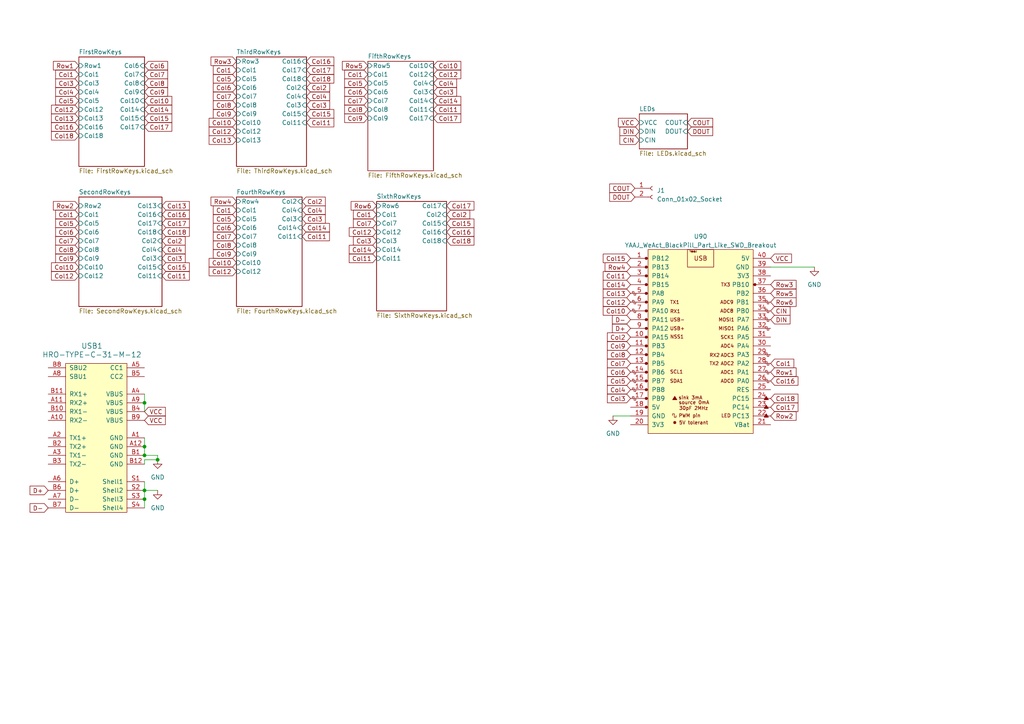
<source format=kicad_sch>
(kicad_sch (version 20230121) (generator eeschema)
  (paper "A4")
  (lib_symbols
    (symbol "Connector:Conn_01x02_Socket" (pin_names (offset 1.016) hide)
      (property "Reference" "J" (at 0 2.54 0))
      (property "Value" "Conn_01x02_Socket" (at 0 -5.08 0))
      (symbol "Conn_01x02_Socket_1_1"
        (arc (start 0 -2.032) (mid -0.5058 -2.54) (end 0 -3.048) (stroke (width 0.1524)))
        (polyline (pts (xy -1.27 -2.54) (xy -0.508 -2.54)) (stroke (width 0.1524)))
        (polyline (pts (xy -1.27 0) (xy -0.508 0)) (stroke (width 0.1524)))
        (arc (start 0 0.508) (mid -0.5058 0) (end 0 -0.508) (stroke (width 0.1524)))
        (pin passive line (at -5.08 0 0) (length 3.81) (name "Pin_1") (number "1"))
        (pin passive line (at -5.08 -2.54 0) (length 3.81) (name "Pin_2") (number "2"))
      )
    )
    (symbol "Type-C:12401598E4#2A" (pin_names (offset 1.016))
      (property "Reference" "USB" (at 0 -22.86 0))
      (property "Value" "12401598E4#2A" (at 0 25.4 0))
      (symbol "12401598E4#2A_1_1"
        (rectangle (start -8.89 22.86) (end 8.89 -20.32) (fill (type background)))
        (pin input line (at 13.97 1.27 180) (length 5.08) (name "GND") (number "A1"))
        (pin input line (at -13.97 6.35 0) (length 5.08) (name "RX2-") (number "A10"))
        (pin input line (at -13.97 11.43 0) (length 5.08) (name "RX2+") (number "A11"))
        (pin input line (at 13.97 -1.27 180) (length 5.08) (name "GND") (number "A12"))
        (pin input line (at -13.97 1.27 0) (length 5.08) (name "TX1+") (number "A2"))
        (pin input line (at -13.97 -3.81 0) (length 5.08) (name "TX1-") (number "A3"))
        (pin input line (at 13.97 13.97 180) (length 5.08) (name "VBUS") (number "A4"))
        (pin input line (at 13.97 21.59 180) (length 5.08) (name "CC1") (number "A5"))
        (pin input line (at -13.97 -11.43 0) (length 5.08) (name "D+") (number "A6"))
        (pin input line (at -13.97 -16.51 0) (length 5.08) (name "D-") (number "A7"))
        (pin input line (at -13.97 19.05 0) (length 5.08) (name "SBU1") (number "A8"))
        (pin input line (at 13.97 11.43 180) (length 5.08) (name "VBUS") (number "A9"))
        (pin input line (at 13.97 -3.81 180) (length 5.08) (name "GND") (number "B1"))
        (pin input line (at -13.97 8.89 0) (length 5.08) (name "RX1-") (number "B10"))
        (pin input line (at -13.97 13.97 0) (length 5.08) (name "RX1+") (number "B11"))
        (pin input line (at 13.97 -6.35 180) (length 5.08) (name "GND") (number "B12"))
        (pin input line (at -13.97 -1.27 0) (length 5.08) (name "TX2+") (number "B2"))
        (pin input line (at -13.97 -6.35 0) (length 5.08) (name "TX2-") (number "B3"))
        (pin input line (at 13.97 8.89 180) (length 5.08) (name "VBUS") (number "B4"))
        (pin input line (at 13.97 19.05 180) (length 5.08) (name "CC2") (number "B5"))
        (pin input line (at -13.97 -13.97 0) (length 5.08) (name "D+") (number "B6"))
        (pin input line (at -13.97 -19.05 0) (length 5.08) (name "D-") (number "B7"))
        (pin input line (at -13.97 21.59 0) (length 5.08) (name "SBU2") (number "B8"))
        (pin input line (at 13.97 6.35 180) (length 5.08) (name "VBUS") (number "B9"))
        (pin input line (at 13.97 -11.43 180) (length 5.08) (name "Shell1") (number "S1"))
        (pin input line (at 13.97 -13.97 180) (length 5.08) (name "Shell2") (number "S2"))
        (pin input line (at 13.97 -16.51 180) (length 5.08) (name "Shell3") (number "S3"))
        (pin input line (at 13.97 -19.05 180) (length 5.08) (name "Shell4") (number "S4"))
      )
    )
    (symbol "YAAJ_WeAct_BlackPill_Part_Like:YAAJ_WeAct_BlackPill_Part_Like" (pin_names (offset 1.016))
      (property "Reference" "U" (at -12.7 27.94 0))
      (property "Value" "YAAJ_WeAct_BlackPill_Part_Like" (at 0 2.54 90))
      (symbol "YAAJ_WeAct_BlackPill_Part_Like_0_0"
        (circle (center -15.748 -20.32) (radius 0.3556) (fill (type outline)))
        (circle (center -15.748 -17.78) (radius 0.3556) (fill (type outline)))
        (circle (center -15.748 -15.24) (radius 0.3556) (fill (type outline)))
        (circle (center -15.748 -12.7) (radius 0.3556) (fill (type outline)))
        (circle (center -15.748 -10.16) (radius 0.3556) (fill (type outline)))
        (circle (center -15.748 -7.62) (radius 0.3556) (fill (type outline)))
        (circle (center -15.748 -5.08) (radius 0.3556) (fill (type outline)))
        (circle (center -15.748 -2.54) (radius 0.3556) (fill (type outline)))
        (circle (center -15.748 0) (radius 0.3556) (fill (type outline)))
        (circle (center -15.748 2.54) (radius 0.3556) (fill (type outline)))
        (circle (center -15.748 5.08) (radius 0.3556) (fill (type outline)))
        (circle (center -15.748 7.62) (radius 0.3556) (fill (type outline)))
        (circle (center -15.748 10.16) (radius 0.3556) (fill (type outline)))
        (circle (center -15.748 12.7) (radius 0.3556) (fill (type outline)))
        (circle (center -15.748 15.24) (radius 0.3556) (fill (type outline)))
        (circle (center -15.748 17.78) (radius 0.3556) (fill (type outline)))
        (circle (center -15.748 22.86) (radius 0.3556) (fill (type outline)))
        (circle (center -7.493 -24.765) (radius 0.127) (fill (type outline)))
        (circle (center -7.493 -24.765) (radius 0.254))
        (circle (center -7.493 -24.765) (radius 0.3556))
        (polyline (pts (xy -8.128 -18.161) (xy -7.493 -17.145) (xy -6.858 -18.161) (xy -8.128 -18.161) (xy -7.493 -17.272) (xy -6.985 -18.161) (xy -8.001 -18.034) (xy -7.493 -17.399) (xy -7.112 -18.161) (xy -7.874 -17.907) (xy -7.366 -17.526) (xy -7.239 -18.161) (xy -7.747 -17.78) (xy -7.239 -17.653) (xy -7.366 -18.034) (xy -7.62 -17.78) (xy -7.366 -17.907) (xy -7.493 -17.653)))
        (polyline (pts (xy 18.415 -23.241) (xy 19.05 -22.225) (xy 19.685 -23.241) (xy 18.415 -23.241) (xy 19.05 -22.352) (xy 19.558 -23.241) (xy 18.542 -23.114) (xy 19.05 -22.479) (xy 19.431 -23.241) (xy 18.669 -22.987) (xy 19.177 -22.606) (xy 19.304 -23.241) (xy 18.796 -22.86) (xy 19.304 -22.733) (xy 19.177 -23.114) (xy 18.923 -22.86) (xy 19.177 -22.987) (xy 19.05 -22.733)))
        (polyline (pts (xy 18.415 -20.701) (xy 19.05 -19.685) (xy 19.685 -20.701) (xy 18.415 -20.701) (xy 19.05 -19.812) (xy 19.558 -20.701) (xy 18.542 -20.574) (xy 19.05 -19.939) (xy 19.431 -20.701) (xy 18.669 -20.447) (xy 19.177 -20.066) (xy 19.304 -20.701) (xy 18.796 -20.32) (xy 19.304 -20.193) (xy 19.177 -20.574) (xy 18.923 -20.32) (xy 19.177 -20.447) (xy 19.05 -20.193)))
        (polyline (pts (xy 18.415 -18.161) (xy 19.05 -17.145) (xy 19.685 -18.161) (xy 18.415 -18.161) (xy 19.05 -17.272) (xy 19.558 -18.161) (xy 18.542 -18.034) (xy 19.05 -17.399) (xy 19.431 -18.161) (xy 18.669 -17.907) (xy 19.177 -17.526) (xy 19.304 -18.161) (xy 18.796 -17.78) (xy 19.304 -17.653) (xy 19.177 -18.034) (xy 18.923 -17.78) (xy 19.177 -17.907) (xy 19.05 -17.653)))
        (circle (center 15.748 15.24) (radius 0.254) (fill (type outline)))
        (circle (center 15.748 15.24) (radius 0.3556))
        (text "30pF 2MHz" (at -2.032 -20.574 0) (effects (font (size 0.9906 0.9906))))
        (text "5V tolerant" (at -2.032 -24.765 0) (effects (font (size 0.9906 0.9906))))
        (text "ADC0" (at 7.747 -12.7 0) (effects (font (size 0.9906 0.9906))))
        (text "ADC1" (at 7.747 -10.16 0) (effects (font (size 0.9906 0.9906))))
        (text "ADC2" (at 7.747 -7.62 0) (effects (font (size 0.9906 0.9906))))
        (text "ADC3" (at 7.747 -5.207 0) (effects (font (size 0.9906 0.9906))))
        (text "ADC4" (at 7.747 -2.54 0) (effects (font (size 0.9906 0.9906))))
        (text "ADC8" (at 7.62 7.62 0) (effects (font (size 0.9906 0.9906))))
        (text "ADC9" (at 7.62 10.16 0) (effects (font (size 0.9906 0.9906))))
        (text "LED" (at 7.366 -22.733 0) (effects (font (size 0.9906 0.9906))))
        (text "MISO1" (at 7.493 2.54 0) (effects (font (size 0.9906 0.9906))))
        (text "MOSI1" (at 7.493 5.08 0) (effects (font (size 0.9906 0.9906))))
        (text "NSS1" (at -6.858 0.127 0) (effects (font (size 0.9906 0.9906))))
        (text "PWM pin" (at -3.175 -22.733 0) (effects (font (size 0.9906 0.9906))))
        (text "RX1" (at -7.366 7.493 0) (effects (font (size 0.9906 0.9906))))
        (text "RX2" (at 4.064 -5.207 0) (effects (font (size 0.9906 0.9906))))
        (text "SCK1" (at 7.747 0 0) (effects (font (size 0.9906 0.9906))))
        (text "SCL1" (at -6.985 -10.033 0) (effects (font (size 0.9906 0.9906))))
        (text "SDA1" (at -6.985 -12.7 0) (effects (font (size 0.9906 0.9906))))
        (text "sink 3mA" (at -2.921 -17.526 0) (effects (font (size 0.9906 0.9906))))
        (text "source 0mA" (at -1.905 -18.923 0) (effects (font (size 0.9906 0.9906))))
        (text "TX1" (at -7.493 10.16 0) (effects (font (size 0.9906 0.9906))))
        (text "TX2" (at 3.937 -7.62 0) (effects (font (size 0.9906 0.9906))))
        (text "TX3" (at 7.239 15.24 0) (effects (font (size 0.9906 0.9906))))
        (text "USB" (at 0 22.86 0) (effects (font (size 1.27 1.27))))
        (text "USB+" (at -6.731 2.54 0) (effects (font (size 0.9906 0.9906))))
        (text "USB-" (at -6.731 5.08 0) (effects (font (size 0.9906 0.9906))))
        (text "Y@@J" (at -2.159 24.892 0) (effects (font (size 0.508 0.508))))
      )
      (symbol "YAAJ_WeAct_BlackPill_Part_Like_0_1"
        (rectangle (start -15.24 25.4) (end 15.24 -27.94) (fill (type background)))
        (polyline (pts (xy -18.796 -17.78) (xy -18.796 -18.288) (xy -19.304 -18.288) (xy -19.304 -17.272) (xy -19.812 -17.272) (xy -19.812 -17.78)))
        (polyline (pts (xy -18.796 -15.24) (xy -18.796 -15.748) (xy -19.304 -15.748) (xy -19.304 -14.732) (xy -19.812 -14.732) (xy -19.812 -15.24)))
        (polyline (pts (xy -18.796 -12.7) (xy -18.796 -13.208) (xy -19.304 -13.208) (xy -19.304 -12.192) (xy -19.812 -12.192) (xy -19.812 -12.7)))
        (polyline (pts (xy -18.796 -10.16) (xy -18.796 -10.668) (xy -19.304 -10.668) (xy -19.304 -9.652) (xy -19.812 -9.652) (xy -19.812 -10.16)))
        (polyline (pts (xy -18.796 7.62) (xy -18.796 7.112) (xy -19.304 7.112) (xy -19.304 8.128) (xy -19.812 8.128) (xy -19.812 7.62)))
        (polyline (pts (xy -18.796 10.16) (xy -18.796 9.652) (xy -19.304 9.652) (xy -19.304 10.668) (xy -19.812 10.668) (xy -19.812 10.16)))
        (polyline (pts (xy -18.796 12.7) (xy -18.796 12.192) (xy -19.304 12.192) (xy -19.304 13.208) (xy -19.812 13.208) (xy -19.812 12.7)))
        (polyline (pts (xy -7.112 -22.733) (xy -7.112 -23.241) (xy -7.62 -23.241) (xy -7.62 -22.225) (xy -8.128 -22.225) (xy -8.128 -22.733)))
        (polyline (pts (xy 19.812 -12.7) (xy 19.812 -13.208) (xy 19.304 -13.208) (xy 19.304 -12.192) (xy 18.796 -12.192) (xy 18.796 -12.7)))
        (polyline (pts (xy 19.812 -10.16) (xy 19.812 -10.668) (xy 19.304 -10.668) (xy 19.304 -9.652) (xy 18.796 -9.652) (xy 18.796 -10.16)))
        (polyline (pts (xy 19.812 -7.62) (xy 19.812 -8.128) (xy 19.304 -8.128) (xy 19.304 -7.112) (xy 18.796 -7.112) (xy 18.796 -7.62)))
        (polyline (pts (xy 19.812 -5.08) (xy 19.812 -5.588) (xy 19.304 -5.588) (xy 19.304 -4.572) (xy 18.796 -4.572) (xy 18.796 -5.08)))
        (polyline (pts (xy 19.812 2.54) (xy 19.812 2.032) (xy 19.304 2.032) (xy 19.304 3.048) (xy 18.796 3.048) (xy 18.796 2.54)))
        (polyline (pts (xy 19.812 5.08) (xy 19.812 4.572) (xy 19.304 4.572) (xy 19.304 5.588) (xy 18.796 5.588) (xy 18.796 5.08)))
        (polyline (pts (xy 19.812 7.62) (xy 19.812 7.112) (xy 19.304 7.112) (xy 19.304 8.128) (xy 18.796 8.128) (xy 18.796 7.62)))
        (polyline (pts (xy 19.812 10.16) (xy 19.812 9.652) (xy 19.304 9.652) (xy 19.304 10.668) (xy 18.796 10.668) (xy 18.796 10.16)))
        (rectangle (start 3.81 25.4) (end -3.81 20.32))
      )
      (symbol "YAAJ_WeAct_BlackPill_Part_Like_1_1"
        (circle (center -15.748 20.32) (radius 0.3556) (fill (type outline)))
        (pin bidirectional line (at -20.32 22.86 0) (length 5.08) (name "PB12") (number "1"))
        (pin bidirectional line (at -20.32 0 0) (length 5.08) (name "PA15") (number "10"))
        (pin bidirectional line (at -20.32 -2.54 0) (length 5.08) (name "PB3") (number "11"))
        (pin bidirectional line (at -20.32 -5.08 0) (length 5.08) (name "PB4") (number "12"))
        (pin bidirectional line (at -20.32 -7.62 0) (length 5.08) (name "PB5") (number "13"))
        (pin bidirectional line (at -20.32 -10.16 0) (length 5.08) (name "PB6") (number "14"))
        (pin bidirectional line (at -20.32 -12.7 0) (length 5.08) (name "PB7") (number "15"))
        (pin bidirectional line (at -20.32 -15.24 0) (length 5.08) (name "PB8") (number "16"))
        (pin bidirectional line (at -20.32 -17.78 0) (length 5.08) (name "PB9") (number "17"))
        (pin power_in line (at -20.32 -20.32 0) (length 5.08) (name "5V") (number "18"))
        (pin power_in line (at -20.32 -22.86 0) (length 5.08) (name "GND") (number "19"))
        (pin bidirectional line (at -20.32 20.32 0) (length 5.08) (name "PB13") (number "2"))
        (pin power_in line (at -20.32 -25.4 0) (length 5.08) (name "3V3") (number "20"))
        (pin power_in line (at 20.32 -25.4 180) (length 5.08) (name "VBat") (number "21"))
        (pin bidirectional line (at 20.32 -22.86 180) (length 5.08) (name "PC13") (number "22"))
        (pin bidirectional line (at 20.32 -20.32 180) (length 5.08) (name "PC14") (number "23"))
        (pin bidirectional line (at 20.32 -17.78 180) (length 5.08) (name "PC15") (number "24"))
        (pin input line (at 20.32 -15.24 180) (length 5.08) (name "RES") (number "25"))
        (pin bidirectional line (at 20.32 -12.7 180) (length 5.08) (name "PA0") (number "26"))
        (pin bidirectional line (at 20.32 -10.16 180) (length 5.08) (name "PA1") (number "27"))
        (pin bidirectional line (at 20.32 -7.62 180) (length 5.08) (name "PA2") (number "28"))
        (pin bidirectional line (at 20.32 -5.08 180) (length 5.08) (name "PA3") (number "29"))
        (pin bidirectional line (at -20.32 17.78 0) (length 5.08) (name "PB14") (number "3"))
        (pin bidirectional line (at 20.32 -2.54 180) (length 5.08) (name "PA4") (number "30"))
        (pin bidirectional line (at 20.32 0 180) (length 5.08) (name "PA5") (number "31"))
        (pin bidirectional line (at 20.32 2.54 180) (length 5.08) (name "PA6") (number "32"))
        (pin bidirectional line (at 20.32 5.08 180) (length 5.08) (name "PA7") (number "33"))
        (pin bidirectional line (at 20.32 7.62 180) (length 5.08) (name "PB0") (number "34"))
        (pin bidirectional line (at 20.32 10.16 180) (length 5.08) (name "PB1") (number "35"))
        (pin bidirectional line (at 20.32 12.7 180) (length 5.08) (name "PB2") (number "36"))
        (pin bidirectional line (at 20.32 15.24 180) (length 5.08) (name "PB10") (number "37"))
        (pin power_in line (at 20.32 17.78 180) (length 5.08) (name "3V3") (number "38"))
        (pin power_in line (at 20.32 20.32 180) (length 5.08) (name "GND") (number "39"))
        (pin bidirectional line (at -20.32 15.24 0) (length 5.08) (name "PB15") (number "4"))
        (pin power_in line (at 20.32 22.86 180) (length 5.08) (name "5V") (number "40"))
        (pin bidirectional line (at -20.32 12.7 0) (length 5.08) (name "PA8") (number "5"))
        (pin bidirectional line (at -20.32 10.16 0) (length 5.08) (name "PA9") (number "6"))
        (pin bidirectional line (at -20.32 7.62 0) (length 5.08) (name "PA10") (number "7"))
        (pin bidirectional line (at -20.32 5.08 0) (length 5.08) (name "PA11") (number "8"))
        (pin bidirectional line (at -20.32 2.54 0) (length 5.08) (name "PA12") (number "9"))
      )
    )
    (symbol "power:GND" (power) (pin_names (offset 0))
      (property "Value" "GND" (at 0 -3.81 0))
      (symbol "GND_0_1"
        (polyline (pts (xy 0 0) (xy 0 -1.27) (xy 1.27 -1.27) (xy 0 -2.54) (xy -1.27 -1.27) (xy 0 -1.27)))
      )
      (symbol "GND_1_1"
        (pin power_in line (at 0 0 270) (length 0) hide (name "GND") (number "1"))
      )
    )
  )
  (junction (at 45.72 133.35))
  (junction (at 41.91 132.08))
  (junction (at 41.91 144.78))
  (junction (at 41.91 116.84))
  (junction (at 41.91 129.54))
  (junction (at 41.91 142.24))
  (wire (pts (xy 41.91 134.62) (xy 41.91 133.35)))
  (wire (pts (xy 41.91 114.3) (xy 41.91 116.84)))
  (wire (pts (xy 41.91 139.7) (xy 41.91 142.24)))
  (wire (pts (xy 41.91 142.24) (xy 41.91 144.78)))
  (wire (pts (xy 41.91 129.54) (xy 41.91 132.08)))
  (wire (pts (xy 177.8 120.65) (xy 182.88 120.65)))
  (wire (pts (xy 41.91 144.78) (xy 41.91 147.32)))
  (wire (pts (xy 41.91 116.84) (xy 41.91 119.38)))
  (wire (pts (xy 45.72 132.08) (xy 45.72 133.35)))
  (wire (pts (xy 223.52 77.47) (xy 236.22 77.47)))
  (wire (pts (xy 41.91 132.08) (xy 45.72 132.08)))
  (wire (pts (xy 41.91 142.24) (xy 45.72 142.24)))
  (wire (pts (xy 41.91 127) (xy 41.91 129.54)))
  (wire (pts (xy 41.91 133.35) (xy 45.72 133.35)))
  (global_label "VCC" (shape input) (at 185.42 35.56 180) (property "Intersheetrefs" "${INTERSHEET_REFS}" (effects hide)))
  (global_label "Col12" (shape input) (at 182.88 87.63 180) (property "Intersheetrefs" "${INTERSHEET_REFS}" (effects hide)))
  (global_label "Col3" (shape input) (at 46.99 74.93 0) (property "Intersheetrefs" "${INTERSHEET_REFS}" (effects hide)))
  (global_label "Col1" (shape input) (at 68.58 20.32 180) (property "Intersheetrefs" "${INTERSHEET_REFS}" (effects hide)))
  (global_label "D-" (shape input) (at 13.97 147.32 180) (property "Intersheetrefs" "${INTERSHEET_REFS}" (effects hide)))
  (global_label "Col9" (shape input) (at 182.88 100.33 180) (property "Intersheetrefs" "${INTERSHEET_REFS}" (effects hide)))
  (global_label "Col4" (shape input) (at 125.73 24.13 0) (property "Intersheetrefs" "${INTERSHEET_REFS}" (effects hide)))
  (global_label "Col10" (shape input) (at 41.91 29.21 0) (property "Intersheetrefs" "${INTERSHEET_REFS}" (effects hide)))
  (global_label "Row5" (shape input) (at 106.68 19.05 180) (property "Intersheetrefs" "${INTERSHEET_REFS}" (effects hide)))
  (global_label "Col8" (shape input) (at 68.58 30.48 180) (property "Intersheetrefs" "${INTERSHEET_REFS}" (effects hide)))
  (global_label "Col8" (shape input) (at 68.58 71.12 180) (property "Intersheetrefs" "${INTERSHEET_REFS}" (effects hide)))
  (global_label "Col3" (shape input) (at 182.88 115.57 180) (property "Intersheetrefs" "${INTERSHEET_REFS}" (effects hide)))
  (global_label "Col5" (shape input) (at 68.58 63.5 180) (property "Intersheetrefs" "${INTERSHEET_REFS}" (effects hide)))
  (global_label "Row4" (shape input) (at 182.88 77.47 180) (property "Intersheetrefs" "${INTERSHEET_REFS}" (effects hide)))
  (global_label "Col17" (shape input) (at 46.99 64.77 0) (property "Intersheetrefs" "${INTERSHEET_REFS}" (effects hide)))
  (global_label "Col5" (shape input) (at 182.88 110.49 180) (property "Intersheetrefs" "${INTERSHEET_REFS}" (effects hide)))
  (global_label "Col12" (shape input) (at 22.86 31.75 180) (property "Intersheetrefs" "${INTERSHEET_REFS}" (effects hide)))
  (global_label "DOUT" (shape input) (at 184.15 57.15 180) (property "Intersheetrefs" "${INTERSHEET_REFS}" (effects hide)))
  (global_label "CIN" (shape input) (at 185.42 40.64 180) (property "Intersheetrefs" "${INTERSHEET_REFS}" (effects hide)))
  (global_label "Col3" (shape input) (at 109.22 69.85 180) (property "Intersheetrefs" "${INTERSHEET_REFS}" (effects hide)))
  (global_label "Col18" (shape input) (at 22.86 39.37 180) (property "Intersheetrefs" "${INTERSHEET_REFS}" (effects hide)))
  (global_label "Col15" (shape input) (at 182.88 74.93 180) (property "Intersheetrefs" "${INTERSHEET_REFS}" (effects hide)))
  (global_label "Col4" (shape input) (at 22.86 26.67 180) (property "Intersheetrefs" "${INTERSHEET_REFS}" (effects hide)))
  (global_label "Col15" (shape input) (at 129.54 64.77 0) (property "Intersheetrefs" "${INTERSHEET_REFS}" (effects hide)))
  (global_label "Row6" (shape input) (at 109.22 59.69 180) (property "Intersheetrefs" "${INTERSHEET_REFS}" (effects hide)))
  (global_label "Row2" (shape input) (at 223.52 120.65 0) (property "Intersheetrefs" "${INTERSHEET_REFS}" (effects hide)))
  (global_label "Col7" (shape input) (at 68.58 27.94 180) (property "Intersheetrefs" "${INTERSHEET_REFS}" (effects hide)))
  (global_label "Row3" (shape input) (at 68.58 17.78 180) (property "Intersheetrefs" "${INTERSHEET_REFS}" (effects hide)))
  (global_label "Col1" (shape input) (at 22.86 21.59 180) (property "Intersheetrefs" "${INTERSHEET_REFS}" (effects hide)))
  (global_label "Col16" (shape input) (at 223.52 110.49 0) (property "Intersheetrefs" "${INTERSHEET_REFS}" (effects hide)))
  (global_label "Col18" (shape input) (at 223.52 115.57 0) (property "Intersheetrefs" "${INTERSHEET_REFS}" (effects hide)))
  (global_label "Col17" (shape input) (at 223.52 118.11 0) (property "Intersheetrefs" "${INTERSHEET_REFS}" (effects hide)))
  (global_label "Col8" (shape input) (at 106.68 31.75 180) (property "Intersheetrefs" "${INTERSHEET_REFS}" (effects hide)))
  (global_label "Col13" (shape input) (at 182.88 85.09 180) (property "Intersheetrefs" "${INTERSHEET_REFS}" (effects hide)))
  (global_label "D-" (shape input) (at 182.88 92.71 180) (property "Intersheetrefs" "${INTERSHEET_REFS}" (effects hide)))
  (global_label "Row1" (shape input) (at 22.86 19.05 180) (property "Intersheetrefs" "${INTERSHEET_REFS}" (effects hide)))
  (global_label "Col16" (shape input) (at 129.54 67.31 0) (property "Intersheetrefs" "${INTERSHEET_REFS}" (effects hide)))
  (global_label "Col13" (shape input) (at 68.58 40.64 180) (property "Intersheetrefs" "${INTERSHEET_REFS}" (effects hide)))
  (global_label "Col3" (shape input) (at 87.63 63.5 0) (property "Intersheetrefs" "${INTERSHEET_REFS}" (effects hide)))
  (global_label "Col9" (shape input) (at 41.91 26.67 0) (property "Intersheetrefs" "${INTERSHEET_REFS}" (effects hide)))
  (global_label "VCC" (shape input) (at 41.91 121.92 0) (property "Intersheetrefs" "${INTERSHEET_REFS}" (effects hide)))
  (global_label "Row1" (shape input) (at 223.52 107.95 0) (property "Intersheetrefs" "${INTERSHEET_REFS}" (effects hide)))
  (global_label "Col17" (shape input) (at 88.9 20.32 0) (property "Intersheetrefs" "${INTERSHEET_REFS}" (effects hide)))
  (global_label "Col6" (shape input) (at 41.91 19.05 0) (property "Intersheetrefs" "${INTERSHEET_REFS}" (effects hide)))
  (global_label "Col12" (shape input) (at 68.58 78.74 180) (property "Intersheetrefs" "${INTERSHEET_REFS}" (effects hide)))
  (global_label "Col12" (shape input) (at 22.86 80.01 180) (property "Intersheetrefs" "${INTERSHEET_REFS}" (effects hide)))
  (global_label "Col11" (shape input) (at 109.22 74.93 180) (property "Intersheetrefs" "${INTERSHEET_REFS}" (effects hide)))
  (global_label "Col3" (shape input) (at 88.9 30.48 0) (property "Intersheetrefs" "${INTERSHEET_REFS}" (effects hide)))
  (global_label "Col11" (shape input) (at 125.73 31.75 0) (property "Intersheetrefs" "${INTERSHEET_REFS}" (effects hide)))
  (global_label "DIN" (shape input) (at 185.42 38.1 180) (property "Intersheetrefs" "${INTERSHEET_REFS}" (effects hide)))
  (global_label "Col11" (shape input) (at 46.99 80.01 0) (property "Intersheetrefs" "${INTERSHEET_REFS}" (effects hide)))
  (global_label "Col4" (shape input) (at 182.88 113.03 180) (property "Intersheetrefs" "${INTERSHEET_REFS}" (effects hide)))
  (global_label "Col4" (shape input) (at 88.9 27.94 0) (property "Intersheetrefs" "${INTERSHEET_REFS}" (effects hide)))
  (global_label "Col1" (shape input) (at 68.58 60.96 180) (property "Intersheetrefs" "${INTERSHEET_REFS}" (effects hide)))
  (global_label "COUT" (shape input) (at 184.15 54.61 180) (property "Intersheetrefs" "${INTERSHEET_REFS}" (effects hide)))
  (global_label "CIN" (shape input) (at 223.52 90.17 0) (property "Intersheetrefs" "${INTERSHEET_REFS}" (effects hide)))
  (global_label "Col2" (shape input) (at 87.63 58.42 0) (property "Intersheetrefs" "${INTERSHEET_REFS}" (effects hide)))
  (global_label "Col5" (shape input) (at 22.86 29.21 180) (property "Intersheetrefs" "${INTERSHEET_REFS}" (effects hide)))
  (global_label "Col2" (shape input) (at 182.88 97.79 180) (property "Intersheetrefs" "${INTERSHEET_REFS}" (effects hide)))
  (global_label "Col16" (shape input) (at 46.99 62.23 0) (property "Intersheetrefs" "${INTERSHEET_REFS}" (effects hide)))
  (global_label "Col10" (shape input) (at 68.58 76.2 180) (property "Intersheetrefs" "${INTERSHEET_REFS}" (effects hide)))
  (global_label "Col15" (shape input) (at 46.99 77.47 0) (property "Intersheetrefs" "${INTERSHEET_REFS}" (effects hide)))
  (global_label "Col16" (shape input) (at 22.86 36.83 180) (property "Intersheetrefs" "${INTERSHEET_REFS}" (effects hide)))
  (global_label "Col1" (shape input) (at 22.86 62.23 180) (property "Intersheetrefs" "${INTERSHEET_REFS}" (effects hide)))
  (global_label "Col12" (shape input) (at 125.73 21.59 0) (property "Intersheetrefs" "${INTERSHEET_REFS}" (effects hide)))
  (global_label "Col3" (shape input) (at 125.73 26.67 0) (property "Intersheetrefs" "${INTERSHEET_REFS}" (effects hide)))
  (global_label "Col6" (shape input) (at 182.88 107.95 180) (property "Intersheetrefs" "${INTERSHEET_REFS}" (effects hide)))
  (global_label "Col2" (shape input) (at 88.9 25.4 0) (property "Intersheetrefs" "${INTERSHEET_REFS}" (effects hide)))
  (global_label "Col1" (shape input) (at 109.22 62.23 180) (property "Intersheetrefs" "${INTERSHEET_REFS}" (effects hide)))
  (global_label "Col10" (shape input) (at 182.88 90.17 180) (property "Intersheetrefs" "${INTERSHEET_REFS}" (effects hide)))
  (global_label "Col7" (shape input) (at 109.22 64.77 180) (property "Intersheetrefs" "${INTERSHEET_REFS}" (effects hide)))
  (global_label "Col2" (shape input) (at 129.54 62.23 0) (property "Intersheetrefs" "${INTERSHEET_REFS}" (effects hide)))
  (global_label "Col7" (shape input) (at 22.86 69.85 180) (property "Intersheetrefs" "${INTERSHEET_REFS}" (effects hide)))
  (global_label "Col6" (shape input) (at 68.58 25.4 180) (property "Intersheetrefs" "${INTERSHEET_REFS}" (effects hide)))
  (global_label "Col17" (shape input) (at 41.91 36.83 0) (property "Intersheetrefs" "${INTERSHEET_REFS}" (effects hide)))
  (global_label "D+" (shape input) (at 182.88 95.25 180) (property "Intersheetrefs" "${INTERSHEET_REFS}" (effects hide)))
  (global_label "Col10" (shape input) (at 125.73 19.05 0) (property "Intersheetrefs" "${INTERSHEET_REFS}" (effects hide)))
  (global_label "Col13" (shape input) (at 46.99 59.69 0) (property "Intersheetrefs" "${INTERSHEET_REFS}" (effects hide)))
  (global_label "Col12" (shape input) (at 68.58 38.1 180) (property "Intersheetrefs" "${INTERSHEET_REFS}" (effects hide)))
  (global_label "Col14" (shape input) (at 87.63 66.04 0) (property "Intersheetrefs" "${INTERSHEET_REFS}" (effects hide)))
  (global_label "Col14" (shape input) (at 41.91 31.75 0) (property "Intersheetrefs" "${INTERSHEET_REFS}" (effects hide)))
  (global_label "Col18" (shape input) (at 46.99 67.31 0) (property "Intersheetrefs" "${INTERSHEET_REFS}" (effects hide)))
  (global_label "Col8" (shape input) (at 182.88 102.87 180) (property "Intersheetrefs" "${INTERSHEET_REFS}" (effects hide)))
  (global_label "Col16" (shape input) (at 88.9 17.78 0) (property "Intersheetrefs" "${INTERSHEET_REFS}" (effects hide)))
  (global_label "Col6" (shape input) (at 68.58 66.04 180) (property "Intersheetrefs" "${INTERSHEET_REFS}" (effects hide)))
  (global_label "Col7" (shape input) (at 106.68 29.21 180) (property "Intersheetrefs" "${INTERSHEET_REFS}" (effects hide)))
  (global_label "Row2" (shape input) (at 22.86 59.69 180) (property "Intersheetrefs" "${INTERSHEET_REFS}" (effects hide)))
  (global_label "Col2" (shape input) (at 46.99 69.85 0) (property "Intersheetrefs" "${INTERSHEET_REFS}" (effects hide)))
  (global_label "Col11" (shape input) (at 87.63 68.58 0) (property "Intersheetrefs" "${INTERSHEET_REFS}" (effects hide)))
  (global_label "Col18" (shape input) (at 129.54 69.85 0) (property "Intersheetrefs" "${INTERSHEET_REFS}" (effects hide)))
  (global_label "Col9" (shape input) (at 22.86 74.93 180) (property "Intersheetrefs" "${INTERSHEET_REFS}" (effects hide)))
  (global_label "Col7" (shape input) (at 41.91 21.59 0) (property "Intersheetrefs" "${INTERSHEET_REFS}" (effects hide)))
  (global_label "Col17" (shape input) (at 125.73 34.29 0) (property "Intersheetrefs" "${INTERSHEET_REFS}" (effects hide)))
  (global_label "Row5" (shape input) (at 223.52 85.09 0) (property "Intersheetrefs" "${INTERSHEET_REFS}" (effects hide)))
  (global_label "Col17" (shape input) (at 129.54 59.69 0) (property "Intersheetrefs" "${INTERSHEET_REFS}" (effects hide)))
  (global_label "Row4" (shape input) (at 68.58 58.42 180) (property "Intersheetrefs" "${INTERSHEET_REFS}" (effects hide)))
  (global_label "Col8" (shape input) (at 41.91 24.13 0) (property "Intersheetrefs" "${INTERSHEET_REFS}" (effects hide)))
  (global_label "DIN" (shape input) (at 223.52 92.71 0) (property "Intersheetrefs" "${INTERSHEET_REFS}" (effects hide)))
  (global_label "Row6" (shape input) (at 223.52 87.63 0) (property "Intersheetrefs" "${INTERSHEET_REFS}" (effects hide)))
  (global_label "Col6" (shape input) (at 106.68 26.67 180) (property "Intersheetrefs" "${INTERSHEET_REFS}" (effects hide)))
  (global_label "Col18" (shape input) (at 88.9 22.86 0) (property "Intersheetrefs" "${INTERSHEET_REFS}" (effects hide)))
  (global_label "Col9" (shape input) (at 68.58 33.02 180) (property "Intersheetrefs" "${INTERSHEET_REFS}" (effects hide)))
  (global_label "Row3" (shape input) (at 223.52 82.55 0) (property "Intersheetrefs" "${INTERSHEET_REFS}" (effects hide)))
  (global_label "Col3" (shape input) (at 22.86 24.13 180) (property "Intersheetrefs" "${INTERSHEET_REFS}" (effects hide)))
  (global_label "Col12" (shape input) (at 109.22 67.31 180) (property "Intersheetrefs" "${INTERSHEET_REFS}" (effects hide)))
  (global_label "Col8" (shape input) (at 22.86 72.39 180) (property "Intersheetrefs" "${INTERSHEET_REFS}" (effects hide)))
  (global_label "Col15" (shape input) (at 88.9 33.02 0) (property "Intersheetrefs" "${INTERSHEET_REFS}" (effects hide)))
  (global_label "VCC" (shape input) (at 223.52 74.93 0) (property "Intersheetrefs" "${INTERSHEET_REFS}" (effects hide)))
  (global_label "Col13" (shape input) (at 22.86 34.29 180) (property "Intersheetrefs" "${INTERSHEET_REFS}" (effects hide)))
  (global_label "DOUT" (shape input) (at 199.39 38.1 0) (property "Intersheetrefs" "${INTERSHEET_REFS}" (effects hide)))
  (global_label "Col14" (shape input) (at 125.73 29.21 0) (property "Intersheetrefs" "${INTERSHEET_REFS}" (effects hide)))
  (global_label "Col10" (shape input) (at 68.58 35.56 180) (property "Intersheetrefs" "${INTERSHEET_REFS}" (effects hide)))
  (global_label "COUT" (shape input) (at 199.39 35.56 0) (property "Intersheetrefs" "${INTERSHEET_REFS}" (effects hide)))
  (global_label "Col4" (shape input) (at 87.63 60.96 0) (property "Intersheetrefs" "${INTERSHEET_REFS}" (effects hide)))
  (global_label "Col7" (shape input) (at 68.58 68.58 180) (property "Intersheetrefs" "${INTERSHEET_REFS}" (effects hide)))
  (global_label "Col15" (shape input) (at 41.91 34.29 0) (property "Intersheetrefs" "${INTERSHEET_REFS}" (effects hide)))
  (global_label "Col9" (shape input) (at 68.58 73.66 180) (property "Intersheetrefs" "${INTERSHEET_REFS}" (effects hide)))
  (global_label "Col14" (shape input) (at 182.88 82.55 180) (property "Intersheetrefs" "${INTERSHEET_REFS}" (effects hide)))
  (global_label "Col10" (shape input) (at 22.86 77.47 180) (property "Intersheetrefs" "${INTERSHEET_REFS}" (effects hide)))
  (global_label "VCC" (shape input) (at 41.91 119.38 0) (property "Intersheetrefs" "${INTERSHEET_REFS}" (effects hide)))
  (global_label "Col7" (shape input) (at 182.88 105.41 180) (property "Intersheetrefs" "${INTERSHEET_REFS}" (effects hide)))
  (global_label "Col11" (shape input) (at 88.9 35.56 0) (property "Intersheetrefs" "${INTERSHEET_REFS}" (effects hide)))
  (global_label "Col1" (shape input) (at 223.52 105.41 0) (property "Intersheetrefs" "${INTERSHEET_REFS}" (effects hide)))
  (global_label "Col5" (shape input) (at 106.68 24.13 180) (property "Intersheetrefs" "${INTERSHEET_REFS}" (effects hide)))
  (global_label "Col6" (shape input) (at 22.86 67.31 180) (property "Intersheetrefs" "${INTERSHEET_REFS}" (effects hide)))
  (global_label "Col5" (shape input) (at 22.86 64.77 180) (property "Intersheetrefs" "${INTERSHEET_REFS}" (effects hide)))
  (global_label "Col5" (shape input) (at 68.58 22.86 180) (property "Intersheetrefs" "${INTERSHEET_REFS}" (effects hide)))
  (global_label "Col9" (shape input) (at 106.68 34.29 180) (property "Intersheetrefs" "${INTERSHEET_REFS}" (effects hide)))
  (global_label "D+" (shape input) (at 13.97 142.24 180) (property "Intersheetrefs" "${INTERSHEET_REFS}" (effects hide)))
  (global_label "Col1" (shape input) (at 106.68 21.59 180) (property "Intersheetrefs" "${INTERSHEET_REFS}" (effects hide)))
  (global_label "Col11" (shape input) (at 182.88 80.01 180) (property "Intersheetrefs" "${INTERSHEET_REFS}" (effects hide)))
  (global_label "Col14" (shape input) (at 109.22 72.39 180) (property "Intersheetrefs" "${INTERSHEET_REFS}" (effects hide)))
  (global_label "Col4" (shape input) (at 46.99 72.39 0) (property "Intersheetrefs" "${INTERSHEET_REFS}" (effects hide)))
  (symbol (lib_id "power:GND") (at 236.22 77.47 0) (unit 1)
    (property "Reference" "#PWR01" (effects hide))
    (property "Value" "GND" (at 236.22 82.55 0))
  )
  (symbol (lib_id "Connector:Conn_01x02_Socket") (at 189.23 54.61 0) (unit 1)
    (property "Reference" "J1" (at 190.5 55.245 0) (effects (justify left)))
    (property "Value" "Conn_01x02_Socket" (at 190.5 57.785 0) (effects (justify left)))
    (property "Footprint" "Connector_PinHeader_2.00mm:PinHeader_1x02_P2.00mm_Vertical" (effects hide))
  )
  (symbol (lib_id "power:GND") (at 177.8 120.65 0) (unit 1)
    (property "Reference" "#PWR04" (effects hide))
    (property "Value" "GND" (at 177.8 125.73 0))
  )
  (symbol (lib_id "power:GND") (at 45.72 133.35 0) (unit 1)
    (property "Reference" "#PWR02" (effects hide))
    (property "Value" "GND" (at 45.72 138.43 0))
  )
  (symbol (lib_id "Type-C:12401598E4#2A") (at 27.94 128.27 0) (unit 1)
    (property "Reference" "USB1" (at 26.67 100.33 0) (effects (font (size 1.524 1.524))))
    (property "Value" "HRO-TYPE-C-31-M-12" (at 26.67 102.87 0) (effects (font (size 1.524 1.524))))
    (property "Footprint" "Type-C:USB_C_GCT_USB4085" (effects hide))
  )
  (symbol (lib_id "YAAJ_WeAct_BlackPill_Part_Like:YAAJ_WeAct_BlackPill_Part_Like") (at 203.2 97.79 0) (unit 1)
    (property "Reference" "U90" (at 203.2 68.58 0))
    (property "Value" "YAAJ_WeAct_BlackPill_Part_Like_SWD_Breakout" (at 203.2 71.12 0))
    (property "Footprint" "yaaj:YAAJ_WeAct_BlackPill_2" (effects hide))
  )
  (symbol (lib_id "power:GND") (at 45.72 142.24 0) (unit 1)
    (property "Reference" "#PWR03" (effects hide))
    (property "Value" "GND" (at 45.72 147.32 0))
  )
  (sheet (at 22.86 16.51) (size 19.05 31.75)
    (property "Sheetname" "FirstRowKeys" (at 22.86 15.7984 0) (effects (justify left bottom)))
    (property "Sheetfile" "FirstRowKeys.kicad_sch" (at 22.86 48.8446 0) (effects (justify left top)))
    (pin "Row1" input (at 22.86 19.05 180))
    (pin "Col1" input (at 22.86 21.59 180))
    (pin "Col3" input (at 22.86 24.13 180))
    (pin "Col4" input (at 22.86 26.67 180))
    (pin "Col5" input (at 22.86 29.21 180))
    (pin "Col6" input (at 41.91 19.05 0))
    (pin "Col7" input (at 41.91 21.59 0))
    (pin "Col8" input (at 41.91 24.13 0))
    (pin "Col9" input (at 41.91 26.67 0))
    (pin "Col10" input (at 41.91 29.21 0))
    (pin "Col12" input (at 22.86 31.75 180))
    (pin "Col13" input (at 22.86 34.29 180))
    (pin "Col14" input (at 41.91 31.75 0))
    (pin "Col15" input (at 41.91 34.29 0))
    (pin "Col16" input (at 22.86 36.83 180))
    (pin "Col17" input (at 41.91 36.83 0))
    (pin "Col18" input (at 22.86 39.37 180))
  )
  (sheet (at 22.86 57.15) (size 24.13 31.75)
    (property "Sheetname" "SecondRowKeys" (at 22.86 56.4384 0) (effects (justify left bottom)))
    (property "Sheetfile" "SecondRowKeys.kicad_sch" (at 22.86 89.4846 0) (effects (justify left top)))
    (pin "Row2" input (at 22.86 59.69 180))
    (pin "Col1" input (at 22.86 62.23 180))
    (pin "Col5" input (at 22.86 64.77 180))
    (pin "Col6" input (at 22.86 67.31 180))
    (pin "Col7" input (at 22.86 69.85 180))
    (pin "Col8" input (at 22.86 72.39 180))
    (pin "Col9" input (at 22.86 74.93 180))
    (pin "Col10" input (at 22.86 77.47 180))
    (pin "Col12" input (at 22.86 80.01 180))
    (pin "Col13" input (at 46.99 59.69 0))
    (pin "Col16" input (at 46.99 62.23 0))
    (pin "Col17" input (at 46.99 64.77 0))
    (pin "Col18" input (at 46.99 67.31 0))
    (pin "Col2" input (at 46.99 69.85 0))
    (pin "Col4" input (at 46.99 72.39 0))
    (pin "Col3" input (at 46.99 74.93 0))
    (pin "Col15" input (at 46.99 77.47 0))
    (pin "Col11" input (at 46.99 80.01 0))
  )
  (sheet (at 68.58 16.51) (size 20.32 31.75)
    (property "Sheetname" "ThirdRowKeys" (at 68.58 15.7984 0) (effects (justify left bottom)))
    (property "Sheetfile" "ThirdRowKeys.kicad_sch" (at 68.58 48.8446 0) (effects (justify left top)))
    (pin "Row3" input (at 68.58 17.78 180))
    (pin "Col1" input (at 68.58 20.32 180))
    (pin "Col5" input (at 68.58 22.86 180))
    (pin "Col6" input (at 68.58 25.4 180))
    (pin "Col7" input (at 68.58 27.94 180))
    (pin "Col8" input (at 68.58 30.48 180))
    (pin "Col9" input (at 68.58 33.02 180))
    (pin "Col10" input (at 68.58 35.56 180))
    (pin "Col12" input (at 68.58 38.1 180))
    (pin "Col13" input (at 68.58 40.64 180))
    (pin "Col16" input (at 88.9 17.78 0))
    (pin "Col17" input (at 88.9 20.32 0))
    (pin "Col18" input (at 88.9 22.86 0))
    (pin "Col2" input (at 88.9 25.4 0))
    (pin "Col4" input (at 88.9 27.94 0))
    (pin "Col3" input (at 88.9 30.48 0))
    (pin "Col15" input (at 88.9 33.02 0))
    (pin "Col11" input (at 88.9 35.56 0))
  )
  (sheet (at 68.58 57.15) (size 19.05 31.75)
    (property "Sheetname" "FourthRowKeys" (at 68.58 56.4384 0) (effects (justify left bottom)))
    (property "Sheetfile" "FourthRowKeys.kicad_sch" (at 68.58 89.4846 0) (effects (justify left top)))
    (pin "Row4" input (at 68.58 58.42 180))
    (pin "Col1" input (at 68.58 60.96 180))
    (pin "Col5" input (at 68.58 63.5 180))
    (pin "Col6" input (at 68.58 66.04 180))
    (pin "Col7" input (at 68.58 68.58 180))
    (pin "Col8" input (at 68.58 71.12 180))
    (pin "Col9" input (at 68.58 73.66 180))
    (pin "Col10" input (at 68.58 76.2 180))
    (pin "Col12" input (at 68.58 78.74 180))
    (pin "Col2" input (at 87.63 58.42 0))
    (pin "Col4" input (at 87.63 60.96 0))
    (pin "Col3" input (at 87.63 63.5 0))
    (pin "Col14" input (at 87.63 66.04 0))
    (pin "Col11" input (at 87.63 68.58 0))
  )
  (sheet (at 106.68 17.78) (size 19.05 31.75)
    (property "Sheetname" "FifthRowKeys" (at 106.68 17.0684 0) (effects (justify left bottom)))
    (property "Sheetfile" "FifthRowKeys.kicad_sch" (at 106.68 50.1146 0) (effects (justify left top)))
    (pin "Row5" input (at 106.68 19.05 180))
    (pin "Col1" input (at 106.68 21.59 180))
    (pin "Col5" input (at 106.68 24.13 180))
    (pin "Col6" input (at 106.68 26.67 180))
    (pin "Col7" input (at 106.68 29.21 180))
    (pin "Col8" input (at 106.68 31.75 180))
    (pin "Col9" input (at 106.68 34.29 180))
    (pin "Col10" input (at 125.73 19.05 0))
    (pin "Col12" input (at 125.73 21.59 0))
    (pin "Col4" input (at 125.73 24.13 0))
    (pin "Col3" input (at 125.73 26.67 0))
    (pin "Col14" input (at 125.73 29.21 0))
    (pin "Col11" input (at 125.73 31.75 0))
    (pin "Col17" input (at 125.73 34.29 0))
  )
  (sheet (at 109.22 58.42) (size 20.32 31.75)
    (property "Sheetname" "SixthRowKeys" (at 109.22 57.7084 0) (effects (justify left bottom)))
    (property "Sheetfile" "SixthRowKeys.kicad_sch" (at 109.22 90.7546 0) (effects (justify left top)))
    (pin "Row6" input (at 109.22 59.69 180))
    (pin "Col1" input (at 109.22 62.23 180))
    (pin "Col7" input (at 109.22 64.77 180))
    (pin "Col12" input (at 109.22 67.31 180))
    (pin "Col3" input (at 109.22 69.85 180))
    (pin "Col14" input (at 109.22 72.39 180))
    (pin "Col11" input (at 109.22 74.93 180))
    (pin "Col17" input (at 129.54 59.69 0))
    (pin "Col2" input (at 129.54 62.23 0))
    (pin "Col15" input (at 129.54 64.77 0))
    (pin "Col16" input (at 129.54 67.31 0))
    (pin "Col18" input (at 129.54 69.85 0))
  )
  (sheet (at 185.42 33.02) (size 13.97 10.16)
    (property "Sheetname" "LEDs" (at 185.42 32.3084 0) (effects (justify left bottom)))
    (property "Sheetfile" "LEDs.kicad_sch" (at 185.42 43.7646 0) (effects (justify left top)))
    (pin "VCC" input (at 185.42 35.56 180))
    (pin "DIN" input (at 185.42 38.1 180))
    (pin "CIN" input (at 185.42 40.64 180))
    (pin "COUT" input (at 199.39 35.56 0))
    (pin "DOUT" input (at 199.39 38.1 0))
  )
)
</source>
